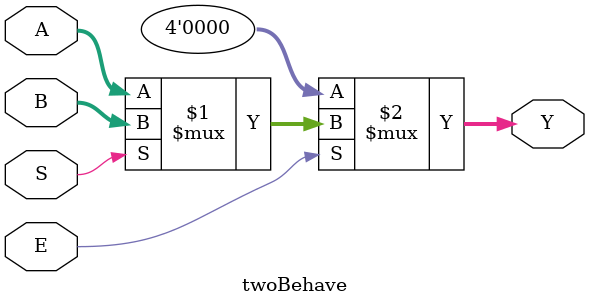
<source format=v>
`timescale 1ns / 1ps
module twoBehave(
   input  [3:0] A,
   input  [3:0] B,
   input S,
   input E,
   output [3:0] Y 
    );
 assign Y = E ? (S? B:A): 4'b0000;

endmodule

</source>
